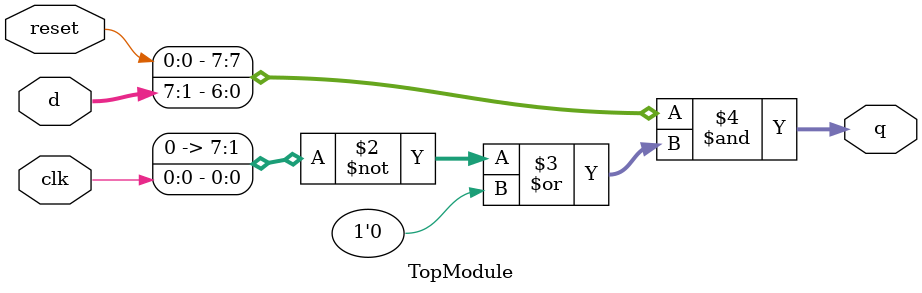
<source format=sv>

module TopModule (
  input clk,
  input [7:0] d,
  input reset,
  output reg [7:0] q
);
assign q = {reset, d[7], d[6], d[5], d[4], d[3], d[2], d[1]} & (~clk | 1'b0);
endmodule

</source>
